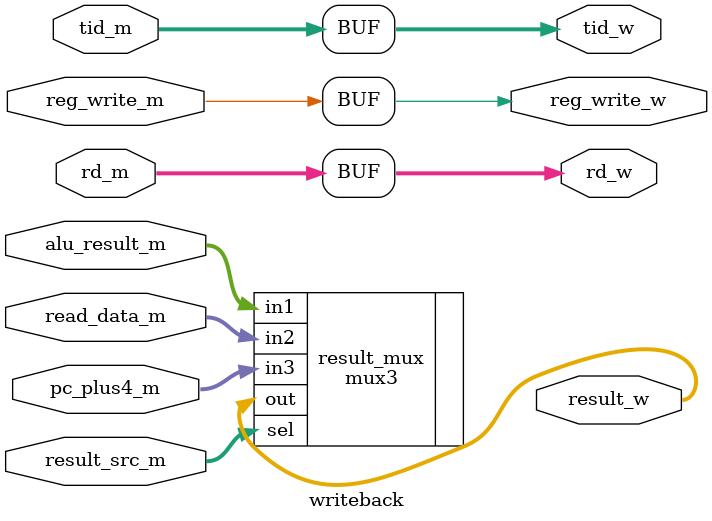
<source format=v>
module writeback #(
    parameter ADDRESS_WIDTH = 32,
    parameter DATA_WIDTH = 32,
    parameter NUM_THREADS = 8
) (
    input reg_write_m,
    input [1:0] result_src_m,
    input [DATA_WIDTH-1:0] alu_result_m,
    input [DATA_WIDTH-1:0] read_data_m,
    input [4:0] rd_m,
    input [ADDRESS_WIDTH-1:0] pc_plus4_m,
    input [BITS_THREADS-1:0] tid_m,

    output [DATA_WIDTH-1:0] result_w,
    output reg_write_w,
    output [4:0] rd_w,
    output [BITS_THREADS-1:0] tid_w
);

localparam BITS_THREADS = $clog2(NUM_THREADS);

    mux3 #(
        .DATA_WIDTH(DATA_WIDTH)
    )
    result_mux (
        .in1(alu_result_m),
        .in2(read_data_m),
        .in3(pc_plus4_m),
        .sel(result_src_m),
        .out(result_w)
    );

assign rd_w = rd_m;
assign reg_write_w = reg_write_m;
assign tid_w = tid_m;

endmodule

</source>
